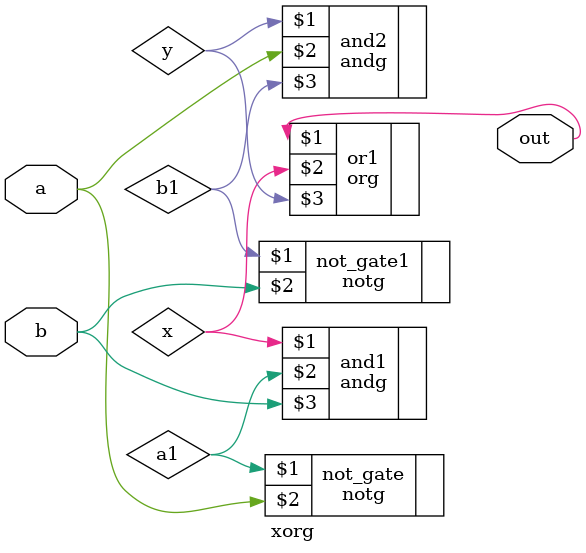
<source format=v>
 
`timescale 1ns / 1ps

module xorg(out,a,b);
  input a,b;
  output out;
  wire a1,b1,x,y;
  
  notg not_gate(a1,a);
  notg not_gate1(b1,b);
  andg and1(x,a1,b);
  andg and2(y,a,b1);
  org  or1(out,x,y);
  
endmodule

</source>
